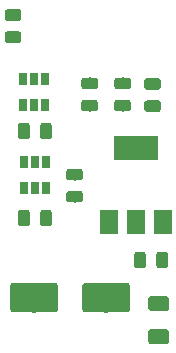
<source format=gbr>
G04 #@! TF.GenerationSoftware,KiCad,Pcbnew,(5.1.2-1)-1*
G04 #@! TF.CreationDate,2019-12-06T13:33:05-08:00*
G04 #@! TF.ProjectId,pixel-stick,70697865-6c2d-4737-9469-636b2e6b6963,rev?*
G04 #@! TF.SameCoordinates,Original*
G04 #@! TF.FileFunction,Paste,Top*
G04 #@! TF.FilePolarity,Positive*
%FSLAX46Y46*%
G04 Gerber Fmt 4.6, Leading zero omitted, Abs format (unit mm)*
G04 Created by KiCad (PCBNEW (5.1.2-1)-1) date 2019-12-06 13:33:05*
%MOMM*%
%LPD*%
G04 APERTURE LIST*
%ADD10C,0.100000*%
%ADD11C,0.975000*%
%ADD12R,0.650000X1.060000*%
%ADD13R,1.500000X2.000000*%
%ADD14R,3.800000X2.000000*%
%ADD15C,1.250000*%
%ADD16C,2.500000*%
G04 APERTURE END LIST*
D10*
G36*
X56487142Y-63951174D02*
G01*
X56510803Y-63954684D01*
X56534007Y-63960496D01*
X56556529Y-63968554D01*
X56578153Y-63978782D01*
X56598670Y-63991079D01*
X56617883Y-64005329D01*
X56635607Y-64021393D01*
X56651671Y-64039117D01*
X56665921Y-64058330D01*
X56678218Y-64078847D01*
X56688446Y-64100471D01*
X56696504Y-64122993D01*
X56702316Y-64146197D01*
X56705826Y-64169858D01*
X56707000Y-64193750D01*
X56707000Y-64681250D01*
X56705826Y-64705142D01*
X56702316Y-64728803D01*
X56696504Y-64752007D01*
X56688446Y-64774529D01*
X56678218Y-64796153D01*
X56665921Y-64816670D01*
X56651671Y-64835883D01*
X56635607Y-64853607D01*
X56617883Y-64869671D01*
X56598670Y-64883921D01*
X56578153Y-64896218D01*
X56556529Y-64906446D01*
X56534007Y-64914504D01*
X56510803Y-64920316D01*
X56487142Y-64923826D01*
X56463250Y-64925000D01*
X55550750Y-64925000D01*
X55526858Y-64923826D01*
X55503197Y-64920316D01*
X55479993Y-64914504D01*
X55457471Y-64906446D01*
X55435847Y-64896218D01*
X55415330Y-64883921D01*
X55396117Y-64869671D01*
X55378393Y-64853607D01*
X55362329Y-64835883D01*
X55348079Y-64816670D01*
X55335782Y-64796153D01*
X55325554Y-64774529D01*
X55317496Y-64752007D01*
X55311684Y-64728803D01*
X55308174Y-64705142D01*
X55307000Y-64681250D01*
X55307000Y-64193750D01*
X55308174Y-64169858D01*
X55311684Y-64146197D01*
X55317496Y-64122993D01*
X55325554Y-64100471D01*
X55335782Y-64078847D01*
X55348079Y-64058330D01*
X55362329Y-64039117D01*
X55378393Y-64021393D01*
X55396117Y-64005329D01*
X55415330Y-63991079D01*
X55435847Y-63978782D01*
X55457471Y-63968554D01*
X55479993Y-63960496D01*
X55503197Y-63954684D01*
X55526858Y-63951174D01*
X55550750Y-63950000D01*
X56463250Y-63950000D01*
X56487142Y-63951174D01*
X56487142Y-63951174D01*
G37*
D11*
X56007000Y-64437500D03*
D10*
G36*
X56487142Y-62076174D02*
G01*
X56510803Y-62079684D01*
X56534007Y-62085496D01*
X56556529Y-62093554D01*
X56578153Y-62103782D01*
X56598670Y-62116079D01*
X56617883Y-62130329D01*
X56635607Y-62146393D01*
X56651671Y-62164117D01*
X56665921Y-62183330D01*
X56678218Y-62203847D01*
X56688446Y-62225471D01*
X56696504Y-62247993D01*
X56702316Y-62271197D01*
X56705826Y-62294858D01*
X56707000Y-62318750D01*
X56707000Y-62806250D01*
X56705826Y-62830142D01*
X56702316Y-62853803D01*
X56696504Y-62877007D01*
X56688446Y-62899529D01*
X56678218Y-62921153D01*
X56665921Y-62941670D01*
X56651671Y-62960883D01*
X56635607Y-62978607D01*
X56617883Y-62994671D01*
X56598670Y-63008921D01*
X56578153Y-63021218D01*
X56556529Y-63031446D01*
X56534007Y-63039504D01*
X56510803Y-63045316D01*
X56487142Y-63048826D01*
X56463250Y-63050000D01*
X55550750Y-63050000D01*
X55526858Y-63048826D01*
X55503197Y-63045316D01*
X55479993Y-63039504D01*
X55457471Y-63031446D01*
X55435847Y-63021218D01*
X55415330Y-63008921D01*
X55396117Y-62994671D01*
X55378393Y-62978607D01*
X55362329Y-62960883D01*
X55348079Y-62941670D01*
X55335782Y-62921153D01*
X55325554Y-62899529D01*
X55317496Y-62877007D01*
X55311684Y-62853803D01*
X55308174Y-62830142D01*
X55307000Y-62806250D01*
X55307000Y-62318750D01*
X55308174Y-62294858D01*
X55311684Y-62271197D01*
X55317496Y-62247993D01*
X55325554Y-62225471D01*
X55335782Y-62203847D01*
X55348079Y-62183330D01*
X55362329Y-62164117D01*
X55378393Y-62146393D01*
X55396117Y-62130329D01*
X55415330Y-62116079D01*
X55435847Y-62103782D01*
X55457471Y-62093554D01*
X55479993Y-62085496D01*
X55503197Y-62079684D01*
X55526858Y-62076174D01*
X55550750Y-62075000D01*
X56463250Y-62075000D01*
X56487142Y-62076174D01*
X56487142Y-62076174D01*
G37*
D11*
X56007000Y-62562500D03*
D10*
G36*
X53947142Y-63902674D02*
G01*
X53970803Y-63906184D01*
X53994007Y-63911996D01*
X54016529Y-63920054D01*
X54038153Y-63930282D01*
X54058670Y-63942579D01*
X54077883Y-63956829D01*
X54095607Y-63972893D01*
X54111671Y-63990617D01*
X54125921Y-64009830D01*
X54138218Y-64030347D01*
X54148446Y-64051971D01*
X54156504Y-64074493D01*
X54162316Y-64097697D01*
X54165826Y-64121358D01*
X54167000Y-64145250D01*
X54167000Y-64632750D01*
X54165826Y-64656642D01*
X54162316Y-64680303D01*
X54156504Y-64703507D01*
X54148446Y-64726029D01*
X54138218Y-64747653D01*
X54125921Y-64768170D01*
X54111671Y-64787383D01*
X54095607Y-64805107D01*
X54077883Y-64821171D01*
X54058670Y-64835421D01*
X54038153Y-64847718D01*
X54016529Y-64857946D01*
X53994007Y-64866004D01*
X53970803Y-64871816D01*
X53947142Y-64875326D01*
X53923250Y-64876500D01*
X53010750Y-64876500D01*
X52986858Y-64875326D01*
X52963197Y-64871816D01*
X52939993Y-64866004D01*
X52917471Y-64857946D01*
X52895847Y-64847718D01*
X52875330Y-64835421D01*
X52856117Y-64821171D01*
X52838393Y-64805107D01*
X52822329Y-64787383D01*
X52808079Y-64768170D01*
X52795782Y-64747653D01*
X52785554Y-64726029D01*
X52777496Y-64703507D01*
X52771684Y-64680303D01*
X52768174Y-64656642D01*
X52767000Y-64632750D01*
X52767000Y-64145250D01*
X52768174Y-64121358D01*
X52771684Y-64097697D01*
X52777496Y-64074493D01*
X52785554Y-64051971D01*
X52795782Y-64030347D01*
X52808079Y-64009830D01*
X52822329Y-63990617D01*
X52838393Y-63972893D01*
X52856117Y-63956829D01*
X52875330Y-63942579D01*
X52895847Y-63930282D01*
X52917471Y-63920054D01*
X52939993Y-63911996D01*
X52963197Y-63906184D01*
X52986858Y-63902674D01*
X53010750Y-63901500D01*
X53923250Y-63901500D01*
X53947142Y-63902674D01*
X53947142Y-63902674D01*
G37*
D11*
X53467000Y-64389000D03*
D10*
G36*
X53947142Y-62027674D02*
G01*
X53970803Y-62031184D01*
X53994007Y-62036996D01*
X54016529Y-62045054D01*
X54038153Y-62055282D01*
X54058670Y-62067579D01*
X54077883Y-62081829D01*
X54095607Y-62097893D01*
X54111671Y-62115617D01*
X54125921Y-62134830D01*
X54138218Y-62155347D01*
X54148446Y-62176971D01*
X54156504Y-62199493D01*
X54162316Y-62222697D01*
X54165826Y-62246358D01*
X54167000Y-62270250D01*
X54167000Y-62757750D01*
X54165826Y-62781642D01*
X54162316Y-62805303D01*
X54156504Y-62828507D01*
X54148446Y-62851029D01*
X54138218Y-62872653D01*
X54125921Y-62893170D01*
X54111671Y-62912383D01*
X54095607Y-62930107D01*
X54077883Y-62946171D01*
X54058670Y-62960421D01*
X54038153Y-62972718D01*
X54016529Y-62982946D01*
X53994007Y-62991004D01*
X53970803Y-62996816D01*
X53947142Y-63000326D01*
X53923250Y-63001500D01*
X53010750Y-63001500D01*
X52986858Y-63000326D01*
X52963197Y-62996816D01*
X52939993Y-62991004D01*
X52917471Y-62982946D01*
X52895847Y-62972718D01*
X52875330Y-62960421D01*
X52856117Y-62946171D01*
X52838393Y-62930107D01*
X52822329Y-62912383D01*
X52808079Y-62893170D01*
X52795782Y-62872653D01*
X52785554Y-62851029D01*
X52777496Y-62828507D01*
X52771684Y-62805303D01*
X52768174Y-62781642D01*
X52767000Y-62757750D01*
X52767000Y-62270250D01*
X52768174Y-62246358D01*
X52771684Y-62222697D01*
X52777496Y-62199493D01*
X52785554Y-62176971D01*
X52795782Y-62155347D01*
X52808079Y-62134830D01*
X52822329Y-62115617D01*
X52838393Y-62097893D01*
X52856117Y-62081829D01*
X52875330Y-62067579D01*
X52895847Y-62055282D01*
X52917471Y-62045054D01*
X52939993Y-62036996D01*
X52963197Y-62031184D01*
X52986858Y-62027674D01*
X53010750Y-62026500D01*
X53923250Y-62026500D01*
X53947142Y-62027674D01*
X53947142Y-62027674D01*
G37*
D11*
X53467000Y-62514000D03*
D12*
X46035000Y-71374000D03*
X46985000Y-71374000D03*
X45085000Y-71374000D03*
X45085000Y-69174000D03*
X46035000Y-69174000D03*
X46985000Y-69174000D03*
X45974000Y-64346000D03*
X46924000Y-64346000D03*
X45024000Y-64346000D03*
X45024000Y-62146000D03*
X45974000Y-62146000D03*
X46924000Y-62146000D03*
D13*
X52310000Y-74270000D03*
X56910000Y-74270000D03*
X54610000Y-74270000D03*
D14*
X54610000Y-67970000D03*
D10*
G36*
X51153142Y-63902674D02*
G01*
X51176803Y-63906184D01*
X51200007Y-63911996D01*
X51222529Y-63920054D01*
X51244153Y-63930282D01*
X51264670Y-63942579D01*
X51283883Y-63956829D01*
X51301607Y-63972893D01*
X51317671Y-63990617D01*
X51331921Y-64009830D01*
X51344218Y-64030347D01*
X51354446Y-64051971D01*
X51362504Y-64074493D01*
X51368316Y-64097697D01*
X51371826Y-64121358D01*
X51373000Y-64145250D01*
X51373000Y-64632750D01*
X51371826Y-64656642D01*
X51368316Y-64680303D01*
X51362504Y-64703507D01*
X51354446Y-64726029D01*
X51344218Y-64747653D01*
X51331921Y-64768170D01*
X51317671Y-64787383D01*
X51301607Y-64805107D01*
X51283883Y-64821171D01*
X51264670Y-64835421D01*
X51244153Y-64847718D01*
X51222529Y-64857946D01*
X51200007Y-64866004D01*
X51176803Y-64871816D01*
X51153142Y-64875326D01*
X51129250Y-64876500D01*
X50216750Y-64876500D01*
X50192858Y-64875326D01*
X50169197Y-64871816D01*
X50145993Y-64866004D01*
X50123471Y-64857946D01*
X50101847Y-64847718D01*
X50081330Y-64835421D01*
X50062117Y-64821171D01*
X50044393Y-64805107D01*
X50028329Y-64787383D01*
X50014079Y-64768170D01*
X50001782Y-64747653D01*
X49991554Y-64726029D01*
X49983496Y-64703507D01*
X49977684Y-64680303D01*
X49974174Y-64656642D01*
X49973000Y-64632750D01*
X49973000Y-64145250D01*
X49974174Y-64121358D01*
X49977684Y-64097697D01*
X49983496Y-64074493D01*
X49991554Y-64051971D01*
X50001782Y-64030347D01*
X50014079Y-64009830D01*
X50028329Y-63990617D01*
X50044393Y-63972893D01*
X50062117Y-63956829D01*
X50081330Y-63942579D01*
X50101847Y-63930282D01*
X50123471Y-63920054D01*
X50145993Y-63911996D01*
X50169197Y-63906184D01*
X50192858Y-63902674D01*
X50216750Y-63901500D01*
X51129250Y-63901500D01*
X51153142Y-63902674D01*
X51153142Y-63902674D01*
G37*
D11*
X50673000Y-64389000D03*
D10*
G36*
X51153142Y-62027674D02*
G01*
X51176803Y-62031184D01*
X51200007Y-62036996D01*
X51222529Y-62045054D01*
X51244153Y-62055282D01*
X51264670Y-62067579D01*
X51283883Y-62081829D01*
X51301607Y-62097893D01*
X51317671Y-62115617D01*
X51331921Y-62134830D01*
X51344218Y-62155347D01*
X51354446Y-62176971D01*
X51362504Y-62199493D01*
X51368316Y-62222697D01*
X51371826Y-62246358D01*
X51373000Y-62270250D01*
X51373000Y-62757750D01*
X51371826Y-62781642D01*
X51368316Y-62805303D01*
X51362504Y-62828507D01*
X51354446Y-62851029D01*
X51344218Y-62872653D01*
X51331921Y-62893170D01*
X51317671Y-62912383D01*
X51301607Y-62930107D01*
X51283883Y-62946171D01*
X51264670Y-62960421D01*
X51244153Y-62972718D01*
X51222529Y-62982946D01*
X51200007Y-62991004D01*
X51176803Y-62996816D01*
X51153142Y-63000326D01*
X51129250Y-63001500D01*
X50216750Y-63001500D01*
X50192858Y-63000326D01*
X50169197Y-62996816D01*
X50145993Y-62991004D01*
X50123471Y-62982946D01*
X50101847Y-62972718D01*
X50081330Y-62960421D01*
X50062117Y-62946171D01*
X50044393Y-62930107D01*
X50028329Y-62912383D01*
X50014079Y-62893170D01*
X50001782Y-62872653D01*
X49991554Y-62851029D01*
X49983496Y-62828507D01*
X49977684Y-62805303D01*
X49974174Y-62781642D01*
X49973000Y-62757750D01*
X49973000Y-62270250D01*
X49974174Y-62246358D01*
X49977684Y-62222697D01*
X49983496Y-62199493D01*
X49991554Y-62176971D01*
X50001782Y-62155347D01*
X50014079Y-62134830D01*
X50028329Y-62115617D01*
X50044393Y-62097893D01*
X50062117Y-62081829D01*
X50081330Y-62067579D01*
X50101847Y-62055282D01*
X50123471Y-62045054D01*
X50145993Y-62036996D01*
X50169197Y-62031184D01*
X50192858Y-62027674D01*
X50216750Y-62026500D01*
X51129250Y-62026500D01*
X51153142Y-62027674D01*
X51153142Y-62027674D01*
G37*
D11*
X50673000Y-62514000D03*
D10*
G36*
X57164504Y-80526204D02*
G01*
X57188773Y-80529804D01*
X57212571Y-80535765D01*
X57235671Y-80544030D01*
X57257849Y-80554520D01*
X57278893Y-80567133D01*
X57298598Y-80581747D01*
X57316777Y-80598223D01*
X57333253Y-80616402D01*
X57347867Y-80636107D01*
X57360480Y-80657151D01*
X57370970Y-80679329D01*
X57379235Y-80702429D01*
X57385196Y-80726227D01*
X57388796Y-80750496D01*
X57390000Y-80775000D01*
X57390000Y-81525000D01*
X57388796Y-81549504D01*
X57385196Y-81573773D01*
X57379235Y-81597571D01*
X57370970Y-81620671D01*
X57360480Y-81642849D01*
X57347867Y-81663893D01*
X57333253Y-81683598D01*
X57316777Y-81701777D01*
X57298598Y-81718253D01*
X57278893Y-81732867D01*
X57257849Y-81745480D01*
X57235671Y-81755970D01*
X57212571Y-81764235D01*
X57188773Y-81770196D01*
X57164504Y-81773796D01*
X57140000Y-81775000D01*
X55890000Y-81775000D01*
X55865496Y-81773796D01*
X55841227Y-81770196D01*
X55817429Y-81764235D01*
X55794329Y-81755970D01*
X55772151Y-81745480D01*
X55751107Y-81732867D01*
X55731402Y-81718253D01*
X55713223Y-81701777D01*
X55696747Y-81683598D01*
X55682133Y-81663893D01*
X55669520Y-81642849D01*
X55659030Y-81620671D01*
X55650765Y-81597571D01*
X55644804Y-81573773D01*
X55641204Y-81549504D01*
X55640000Y-81525000D01*
X55640000Y-80775000D01*
X55641204Y-80750496D01*
X55644804Y-80726227D01*
X55650765Y-80702429D01*
X55659030Y-80679329D01*
X55669520Y-80657151D01*
X55682133Y-80636107D01*
X55696747Y-80616402D01*
X55713223Y-80598223D01*
X55731402Y-80581747D01*
X55751107Y-80567133D01*
X55772151Y-80554520D01*
X55794329Y-80544030D01*
X55817429Y-80535765D01*
X55841227Y-80529804D01*
X55865496Y-80526204D01*
X55890000Y-80525000D01*
X57140000Y-80525000D01*
X57164504Y-80526204D01*
X57164504Y-80526204D01*
G37*
D15*
X56515000Y-81150000D03*
D10*
G36*
X57164504Y-83326204D02*
G01*
X57188773Y-83329804D01*
X57212571Y-83335765D01*
X57235671Y-83344030D01*
X57257849Y-83354520D01*
X57278893Y-83367133D01*
X57298598Y-83381747D01*
X57316777Y-83398223D01*
X57333253Y-83416402D01*
X57347867Y-83436107D01*
X57360480Y-83457151D01*
X57370970Y-83479329D01*
X57379235Y-83502429D01*
X57385196Y-83526227D01*
X57388796Y-83550496D01*
X57390000Y-83575000D01*
X57390000Y-84325000D01*
X57388796Y-84349504D01*
X57385196Y-84373773D01*
X57379235Y-84397571D01*
X57370970Y-84420671D01*
X57360480Y-84442849D01*
X57347867Y-84463893D01*
X57333253Y-84483598D01*
X57316777Y-84501777D01*
X57298598Y-84518253D01*
X57278893Y-84532867D01*
X57257849Y-84545480D01*
X57235671Y-84555970D01*
X57212571Y-84564235D01*
X57188773Y-84570196D01*
X57164504Y-84573796D01*
X57140000Y-84575000D01*
X55890000Y-84575000D01*
X55865496Y-84573796D01*
X55841227Y-84570196D01*
X55817429Y-84564235D01*
X55794329Y-84555970D01*
X55772151Y-84545480D01*
X55751107Y-84532867D01*
X55731402Y-84518253D01*
X55713223Y-84501777D01*
X55696747Y-84483598D01*
X55682133Y-84463893D01*
X55669520Y-84442849D01*
X55659030Y-84420671D01*
X55650765Y-84397571D01*
X55644804Y-84373773D01*
X55641204Y-84349504D01*
X55640000Y-84325000D01*
X55640000Y-83575000D01*
X55641204Y-83550496D01*
X55644804Y-83526227D01*
X55650765Y-83502429D01*
X55659030Y-83479329D01*
X55669520Y-83457151D01*
X55682133Y-83436107D01*
X55696747Y-83416402D01*
X55713223Y-83398223D01*
X55731402Y-83381747D01*
X55751107Y-83367133D01*
X55772151Y-83354520D01*
X55794329Y-83344030D01*
X55817429Y-83335765D01*
X55841227Y-83329804D01*
X55865496Y-83326204D01*
X55890000Y-83325000D01*
X57140000Y-83325000D01*
X57164504Y-83326204D01*
X57164504Y-83326204D01*
G37*
D15*
X56515000Y-83950000D03*
D10*
G36*
X47744504Y-79396204D02*
G01*
X47768773Y-79399804D01*
X47792571Y-79405765D01*
X47815671Y-79414030D01*
X47837849Y-79424520D01*
X47858893Y-79437133D01*
X47878598Y-79451747D01*
X47896777Y-79468223D01*
X47913253Y-79486402D01*
X47927867Y-79506107D01*
X47940480Y-79527151D01*
X47950970Y-79549329D01*
X47959235Y-79572429D01*
X47965196Y-79596227D01*
X47968796Y-79620496D01*
X47970000Y-79645000D01*
X47970000Y-81645000D01*
X47968796Y-81669504D01*
X47965196Y-81693773D01*
X47959235Y-81717571D01*
X47950970Y-81740671D01*
X47940480Y-81762849D01*
X47927867Y-81783893D01*
X47913253Y-81803598D01*
X47896777Y-81821777D01*
X47878598Y-81838253D01*
X47858893Y-81852867D01*
X47837849Y-81865480D01*
X47815671Y-81875970D01*
X47792571Y-81884235D01*
X47768773Y-81890196D01*
X47744504Y-81893796D01*
X47720000Y-81895000D01*
X44220000Y-81895000D01*
X44195496Y-81893796D01*
X44171227Y-81890196D01*
X44147429Y-81884235D01*
X44124329Y-81875970D01*
X44102151Y-81865480D01*
X44081107Y-81852867D01*
X44061402Y-81838253D01*
X44043223Y-81821777D01*
X44026747Y-81803598D01*
X44012133Y-81783893D01*
X43999520Y-81762849D01*
X43989030Y-81740671D01*
X43980765Y-81717571D01*
X43974804Y-81693773D01*
X43971204Y-81669504D01*
X43970000Y-81645000D01*
X43970000Y-79645000D01*
X43971204Y-79620496D01*
X43974804Y-79596227D01*
X43980765Y-79572429D01*
X43989030Y-79549329D01*
X43999520Y-79527151D01*
X44012133Y-79506107D01*
X44026747Y-79486402D01*
X44043223Y-79468223D01*
X44061402Y-79451747D01*
X44081107Y-79437133D01*
X44102151Y-79424520D01*
X44124329Y-79414030D01*
X44147429Y-79405765D01*
X44171227Y-79399804D01*
X44195496Y-79396204D01*
X44220000Y-79395000D01*
X47720000Y-79395000D01*
X47744504Y-79396204D01*
X47744504Y-79396204D01*
G37*
D16*
X45970000Y-80645000D03*
D10*
G36*
X53844504Y-79396204D02*
G01*
X53868773Y-79399804D01*
X53892571Y-79405765D01*
X53915671Y-79414030D01*
X53937849Y-79424520D01*
X53958893Y-79437133D01*
X53978598Y-79451747D01*
X53996777Y-79468223D01*
X54013253Y-79486402D01*
X54027867Y-79506107D01*
X54040480Y-79527151D01*
X54050970Y-79549329D01*
X54059235Y-79572429D01*
X54065196Y-79596227D01*
X54068796Y-79620496D01*
X54070000Y-79645000D01*
X54070000Y-81645000D01*
X54068796Y-81669504D01*
X54065196Y-81693773D01*
X54059235Y-81717571D01*
X54050970Y-81740671D01*
X54040480Y-81762849D01*
X54027867Y-81783893D01*
X54013253Y-81803598D01*
X53996777Y-81821777D01*
X53978598Y-81838253D01*
X53958893Y-81852867D01*
X53937849Y-81865480D01*
X53915671Y-81875970D01*
X53892571Y-81884235D01*
X53868773Y-81890196D01*
X53844504Y-81893796D01*
X53820000Y-81895000D01*
X50320000Y-81895000D01*
X50295496Y-81893796D01*
X50271227Y-81890196D01*
X50247429Y-81884235D01*
X50224329Y-81875970D01*
X50202151Y-81865480D01*
X50181107Y-81852867D01*
X50161402Y-81838253D01*
X50143223Y-81821777D01*
X50126747Y-81803598D01*
X50112133Y-81783893D01*
X50099520Y-81762849D01*
X50089030Y-81740671D01*
X50080765Y-81717571D01*
X50074804Y-81693773D01*
X50071204Y-81669504D01*
X50070000Y-81645000D01*
X50070000Y-79645000D01*
X50071204Y-79620496D01*
X50074804Y-79596227D01*
X50080765Y-79572429D01*
X50089030Y-79549329D01*
X50099520Y-79527151D01*
X50112133Y-79506107D01*
X50126747Y-79486402D01*
X50143223Y-79468223D01*
X50161402Y-79451747D01*
X50181107Y-79437133D01*
X50202151Y-79424520D01*
X50224329Y-79414030D01*
X50247429Y-79405765D01*
X50271227Y-79399804D01*
X50295496Y-79396204D01*
X50320000Y-79395000D01*
X53820000Y-79395000D01*
X53844504Y-79396204D01*
X53844504Y-79396204D01*
G37*
D16*
X52070000Y-80645000D03*
D10*
G36*
X45382642Y-65849174D02*
G01*
X45406303Y-65852684D01*
X45429507Y-65858496D01*
X45452029Y-65866554D01*
X45473653Y-65876782D01*
X45494170Y-65889079D01*
X45513383Y-65903329D01*
X45531107Y-65919393D01*
X45547171Y-65937117D01*
X45561421Y-65956330D01*
X45573718Y-65976847D01*
X45583946Y-65998471D01*
X45592004Y-66020993D01*
X45597816Y-66044197D01*
X45601326Y-66067858D01*
X45602500Y-66091750D01*
X45602500Y-67004250D01*
X45601326Y-67028142D01*
X45597816Y-67051803D01*
X45592004Y-67075007D01*
X45583946Y-67097529D01*
X45573718Y-67119153D01*
X45561421Y-67139670D01*
X45547171Y-67158883D01*
X45531107Y-67176607D01*
X45513383Y-67192671D01*
X45494170Y-67206921D01*
X45473653Y-67219218D01*
X45452029Y-67229446D01*
X45429507Y-67237504D01*
X45406303Y-67243316D01*
X45382642Y-67246826D01*
X45358750Y-67248000D01*
X44871250Y-67248000D01*
X44847358Y-67246826D01*
X44823697Y-67243316D01*
X44800493Y-67237504D01*
X44777971Y-67229446D01*
X44756347Y-67219218D01*
X44735830Y-67206921D01*
X44716617Y-67192671D01*
X44698893Y-67176607D01*
X44682829Y-67158883D01*
X44668579Y-67139670D01*
X44656282Y-67119153D01*
X44646054Y-67097529D01*
X44637996Y-67075007D01*
X44632184Y-67051803D01*
X44628674Y-67028142D01*
X44627500Y-67004250D01*
X44627500Y-66091750D01*
X44628674Y-66067858D01*
X44632184Y-66044197D01*
X44637996Y-66020993D01*
X44646054Y-65998471D01*
X44656282Y-65976847D01*
X44668579Y-65956330D01*
X44682829Y-65937117D01*
X44698893Y-65919393D01*
X44716617Y-65903329D01*
X44735830Y-65889079D01*
X44756347Y-65876782D01*
X44777971Y-65866554D01*
X44800493Y-65858496D01*
X44823697Y-65852684D01*
X44847358Y-65849174D01*
X44871250Y-65848000D01*
X45358750Y-65848000D01*
X45382642Y-65849174D01*
X45382642Y-65849174D01*
G37*
D11*
X45115000Y-66548000D03*
D10*
G36*
X47257642Y-65849174D02*
G01*
X47281303Y-65852684D01*
X47304507Y-65858496D01*
X47327029Y-65866554D01*
X47348653Y-65876782D01*
X47369170Y-65889079D01*
X47388383Y-65903329D01*
X47406107Y-65919393D01*
X47422171Y-65937117D01*
X47436421Y-65956330D01*
X47448718Y-65976847D01*
X47458946Y-65998471D01*
X47467004Y-66020993D01*
X47472816Y-66044197D01*
X47476326Y-66067858D01*
X47477500Y-66091750D01*
X47477500Y-67004250D01*
X47476326Y-67028142D01*
X47472816Y-67051803D01*
X47467004Y-67075007D01*
X47458946Y-67097529D01*
X47448718Y-67119153D01*
X47436421Y-67139670D01*
X47422171Y-67158883D01*
X47406107Y-67176607D01*
X47388383Y-67192671D01*
X47369170Y-67206921D01*
X47348653Y-67219218D01*
X47327029Y-67229446D01*
X47304507Y-67237504D01*
X47281303Y-67243316D01*
X47257642Y-67246826D01*
X47233750Y-67248000D01*
X46746250Y-67248000D01*
X46722358Y-67246826D01*
X46698697Y-67243316D01*
X46675493Y-67237504D01*
X46652971Y-67229446D01*
X46631347Y-67219218D01*
X46610830Y-67206921D01*
X46591617Y-67192671D01*
X46573893Y-67176607D01*
X46557829Y-67158883D01*
X46543579Y-67139670D01*
X46531282Y-67119153D01*
X46521054Y-67097529D01*
X46512996Y-67075007D01*
X46507184Y-67051803D01*
X46503674Y-67028142D01*
X46502500Y-67004250D01*
X46502500Y-66091750D01*
X46503674Y-66067858D01*
X46507184Y-66044197D01*
X46512996Y-66020993D01*
X46521054Y-65998471D01*
X46531282Y-65976847D01*
X46543579Y-65956330D01*
X46557829Y-65937117D01*
X46573893Y-65919393D01*
X46591617Y-65903329D01*
X46610830Y-65889079D01*
X46631347Y-65876782D01*
X46652971Y-65866554D01*
X46675493Y-65858496D01*
X46698697Y-65852684D01*
X46722358Y-65849174D01*
X46746250Y-65848000D01*
X47233750Y-65848000D01*
X47257642Y-65849174D01*
X47257642Y-65849174D01*
G37*
D11*
X46990000Y-66548000D03*
D10*
G36*
X45382642Y-73215174D02*
G01*
X45406303Y-73218684D01*
X45429507Y-73224496D01*
X45452029Y-73232554D01*
X45473653Y-73242782D01*
X45494170Y-73255079D01*
X45513383Y-73269329D01*
X45531107Y-73285393D01*
X45547171Y-73303117D01*
X45561421Y-73322330D01*
X45573718Y-73342847D01*
X45583946Y-73364471D01*
X45592004Y-73386993D01*
X45597816Y-73410197D01*
X45601326Y-73433858D01*
X45602500Y-73457750D01*
X45602500Y-74370250D01*
X45601326Y-74394142D01*
X45597816Y-74417803D01*
X45592004Y-74441007D01*
X45583946Y-74463529D01*
X45573718Y-74485153D01*
X45561421Y-74505670D01*
X45547171Y-74524883D01*
X45531107Y-74542607D01*
X45513383Y-74558671D01*
X45494170Y-74572921D01*
X45473653Y-74585218D01*
X45452029Y-74595446D01*
X45429507Y-74603504D01*
X45406303Y-74609316D01*
X45382642Y-74612826D01*
X45358750Y-74614000D01*
X44871250Y-74614000D01*
X44847358Y-74612826D01*
X44823697Y-74609316D01*
X44800493Y-74603504D01*
X44777971Y-74595446D01*
X44756347Y-74585218D01*
X44735830Y-74572921D01*
X44716617Y-74558671D01*
X44698893Y-74542607D01*
X44682829Y-74524883D01*
X44668579Y-74505670D01*
X44656282Y-74485153D01*
X44646054Y-74463529D01*
X44637996Y-74441007D01*
X44632184Y-74417803D01*
X44628674Y-74394142D01*
X44627500Y-74370250D01*
X44627500Y-73457750D01*
X44628674Y-73433858D01*
X44632184Y-73410197D01*
X44637996Y-73386993D01*
X44646054Y-73364471D01*
X44656282Y-73342847D01*
X44668579Y-73322330D01*
X44682829Y-73303117D01*
X44698893Y-73285393D01*
X44716617Y-73269329D01*
X44735830Y-73255079D01*
X44756347Y-73242782D01*
X44777971Y-73232554D01*
X44800493Y-73224496D01*
X44823697Y-73218684D01*
X44847358Y-73215174D01*
X44871250Y-73214000D01*
X45358750Y-73214000D01*
X45382642Y-73215174D01*
X45382642Y-73215174D01*
G37*
D11*
X45115000Y-73914000D03*
D10*
G36*
X47257642Y-73215174D02*
G01*
X47281303Y-73218684D01*
X47304507Y-73224496D01*
X47327029Y-73232554D01*
X47348653Y-73242782D01*
X47369170Y-73255079D01*
X47388383Y-73269329D01*
X47406107Y-73285393D01*
X47422171Y-73303117D01*
X47436421Y-73322330D01*
X47448718Y-73342847D01*
X47458946Y-73364471D01*
X47467004Y-73386993D01*
X47472816Y-73410197D01*
X47476326Y-73433858D01*
X47477500Y-73457750D01*
X47477500Y-74370250D01*
X47476326Y-74394142D01*
X47472816Y-74417803D01*
X47467004Y-74441007D01*
X47458946Y-74463529D01*
X47448718Y-74485153D01*
X47436421Y-74505670D01*
X47422171Y-74524883D01*
X47406107Y-74542607D01*
X47388383Y-74558671D01*
X47369170Y-74572921D01*
X47348653Y-74585218D01*
X47327029Y-74595446D01*
X47304507Y-74603504D01*
X47281303Y-74609316D01*
X47257642Y-74612826D01*
X47233750Y-74614000D01*
X46746250Y-74614000D01*
X46722358Y-74612826D01*
X46698697Y-74609316D01*
X46675493Y-74603504D01*
X46652971Y-74595446D01*
X46631347Y-74585218D01*
X46610830Y-74572921D01*
X46591617Y-74558671D01*
X46573893Y-74542607D01*
X46557829Y-74524883D01*
X46543579Y-74505670D01*
X46531282Y-74485153D01*
X46521054Y-74463529D01*
X46512996Y-74441007D01*
X46507184Y-74417803D01*
X46503674Y-74394142D01*
X46502500Y-74370250D01*
X46502500Y-73457750D01*
X46503674Y-73433858D01*
X46507184Y-73410197D01*
X46512996Y-73386993D01*
X46521054Y-73364471D01*
X46531282Y-73342847D01*
X46543579Y-73322330D01*
X46557829Y-73303117D01*
X46573893Y-73285393D01*
X46591617Y-73269329D01*
X46610830Y-73255079D01*
X46631347Y-73242782D01*
X46652971Y-73232554D01*
X46675493Y-73224496D01*
X46698697Y-73218684D01*
X46722358Y-73215174D01*
X46746250Y-73214000D01*
X47233750Y-73214000D01*
X47257642Y-73215174D01*
X47257642Y-73215174D01*
G37*
D11*
X46990000Y-73914000D03*
D10*
G36*
X49883142Y-71619674D02*
G01*
X49906803Y-71623184D01*
X49930007Y-71628996D01*
X49952529Y-71637054D01*
X49974153Y-71647282D01*
X49994670Y-71659579D01*
X50013883Y-71673829D01*
X50031607Y-71689893D01*
X50047671Y-71707617D01*
X50061921Y-71726830D01*
X50074218Y-71747347D01*
X50084446Y-71768971D01*
X50092504Y-71791493D01*
X50098316Y-71814697D01*
X50101826Y-71838358D01*
X50103000Y-71862250D01*
X50103000Y-72349750D01*
X50101826Y-72373642D01*
X50098316Y-72397303D01*
X50092504Y-72420507D01*
X50084446Y-72443029D01*
X50074218Y-72464653D01*
X50061921Y-72485170D01*
X50047671Y-72504383D01*
X50031607Y-72522107D01*
X50013883Y-72538171D01*
X49994670Y-72552421D01*
X49974153Y-72564718D01*
X49952529Y-72574946D01*
X49930007Y-72583004D01*
X49906803Y-72588816D01*
X49883142Y-72592326D01*
X49859250Y-72593500D01*
X48946750Y-72593500D01*
X48922858Y-72592326D01*
X48899197Y-72588816D01*
X48875993Y-72583004D01*
X48853471Y-72574946D01*
X48831847Y-72564718D01*
X48811330Y-72552421D01*
X48792117Y-72538171D01*
X48774393Y-72522107D01*
X48758329Y-72504383D01*
X48744079Y-72485170D01*
X48731782Y-72464653D01*
X48721554Y-72443029D01*
X48713496Y-72420507D01*
X48707684Y-72397303D01*
X48704174Y-72373642D01*
X48703000Y-72349750D01*
X48703000Y-71862250D01*
X48704174Y-71838358D01*
X48707684Y-71814697D01*
X48713496Y-71791493D01*
X48721554Y-71768971D01*
X48731782Y-71747347D01*
X48744079Y-71726830D01*
X48758329Y-71707617D01*
X48774393Y-71689893D01*
X48792117Y-71673829D01*
X48811330Y-71659579D01*
X48831847Y-71647282D01*
X48853471Y-71637054D01*
X48875993Y-71628996D01*
X48899197Y-71623184D01*
X48922858Y-71619674D01*
X48946750Y-71618500D01*
X49859250Y-71618500D01*
X49883142Y-71619674D01*
X49883142Y-71619674D01*
G37*
D11*
X49403000Y-72106000D03*
D10*
G36*
X49883142Y-69744674D02*
G01*
X49906803Y-69748184D01*
X49930007Y-69753996D01*
X49952529Y-69762054D01*
X49974153Y-69772282D01*
X49994670Y-69784579D01*
X50013883Y-69798829D01*
X50031607Y-69814893D01*
X50047671Y-69832617D01*
X50061921Y-69851830D01*
X50074218Y-69872347D01*
X50084446Y-69893971D01*
X50092504Y-69916493D01*
X50098316Y-69939697D01*
X50101826Y-69963358D01*
X50103000Y-69987250D01*
X50103000Y-70474750D01*
X50101826Y-70498642D01*
X50098316Y-70522303D01*
X50092504Y-70545507D01*
X50084446Y-70568029D01*
X50074218Y-70589653D01*
X50061921Y-70610170D01*
X50047671Y-70629383D01*
X50031607Y-70647107D01*
X50013883Y-70663171D01*
X49994670Y-70677421D01*
X49974153Y-70689718D01*
X49952529Y-70699946D01*
X49930007Y-70708004D01*
X49906803Y-70713816D01*
X49883142Y-70717326D01*
X49859250Y-70718500D01*
X48946750Y-70718500D01*
X48922858Y-70717326D01*
X48899197Y-70713816D01*
X48875993Y-70708004D01*
X48853471Y-70699946D01*
X48831847Y-70689718D01*
X48811330Y-70677421D01*
X48792117Y-70663171D01*
X48774393Y-70647107D01*
X48758329Y-70629383D01*
X48744079Y-70610170D01*
X48731782Y-70589653D01*
X48721554Y-70568029D01*
X48713496Y-70545507D01*
X48707684Y-70522303D01*
X48704174Y-70498642D01*
X48703000Y-70474750D01*
X48703000Y-69987250D01*
X48704174Y-69963358D01*
X48707684Y-69939697D01*
X48713496Y-69916493D01*
X48721554Y-69893971D01*
X48731782Y-69872347D01*
X48744079Y-69851830D01*
X48758329Y-69832617D01*
X48774393Y-69814893D01*
X48792117Y-69798829D01*
X48811330Y-69784579D01*
X48831847Y-69772282D01*
X48853471Y-69762054D01*
X48875993Y-69753996D01*
X48899197Y-69748184D01*
X48922858Y-69744674D01*
X48946750Y-69743500D01*
X49859250Y-69743500D01*
X49883142Y-69744674D01*
X49883142Y-69744674D01*
G37*
D11*
X49403000Y-70231000D03*
D10*
G36*
X55210142Y-76771174D02*
G01*
X55233803Y-76774684D01*
X55257007Y-76780496D01*
X55279529Y-76788554D01*
X55301153Y-76798782D01*
X55321670Y-76811079D01*
X55340883Y-76825329D01*
X55358607Y-76841393D01*
X55374671Y-76859117D01*
X55388921Y-76878330D01*
X55401218Y-76898847D01*
X55411446Y-76920471D01*
X55419504Y-76942993D01*
X55425316Y-76966197D01*
X55428826Y-76989858D01*
X55430000Y-77013750D01*
X55430000Y-77926250D01*
X55428826Y-77950142D01*
X55425316Y-77973803D01*
X55419504Y-77997007D01*
X55411446Y-78019529D01*
X55401218Y-78041153D01*
X55388921Y-78061670D01*
X55374671Y-78080883D01*
X55358607Y-78098607D01*
X55340883Y-78114671D01*
X55321670Y-78128921D01*
X55301153Y-78141218D01*
X55279529Y-78151446D01*
X55257007Y-78159504D01*
X55233803Y-78165316D01*
X55210142Y-78168826D01*
X55186250Y-78170000D01*
X54698750Y-78170000D01*
X54674858Y-78168826D01*
X54651197Y-78165316D01*
X54627993Y-78159504D01*
X54605471Y-78151446D01*
X54583847Y-78141218D01*
X54563330Y-78128921D01*
X54544117Y-78114671D01*
X54526393Y-78098607D01*
X54510329Y-78080883D01*
X54496079Y-78061670D01*
X54483782Y-78041153D01*
X54473554Y-78019529D01*
X54465496Y-77997007D01*
X54459684Y-77973803D01*
X54456174Y-77950142D01*
X54455000Y-77926250D01*
X54455000Y-77013750D01*
X54456174Y-76989858D01*
X54459684Y-76966197D01*
X54465496Y-76942993D01*
X54473554Y-76920471D01*
X54483782Y-76898847D01*
X54496079Y-76878330D01*
X54510329Y-76859117D01*
X54526393Y-76841393D01*
X54544117Y-76825329D01*
X54563330Y-76811079D01*
X54583847Y-76798782D01*
X54605471Y-76788554D01*
X54627993Y-76780496D01*
X54651197Y-76774684D01*
X54674858Y-76771174D01*
X54698750Y-76770000D01*
X55186250Y-76770000D01*
X55210142Y-76771174D01*
X55210142Y-76771174D01*
G37*
D11*
X54942500Y-77470000D03*
D10*
G36*
X57085142Y-76771174D02*
G01*
X57108803Y-76774684D01*
X57132007Y-76780496D01*
X57154529Y-76788554D01*
X57176153Y-76798782D01*
X57196670Y-76811079D01*
X57215883Y-76825329D01*
X57233607Y-76841393D01*
X57249671Y-76859117D01*
X57263921Y-76878330D01*
X57276218Y-76898847D01*
X57286446Y-76920471D01*
X57294504Y-76942993D01*
X57300316Y-76966197D01*
X57303826Y-76989858D01*
X57305000Y-77013750D01*
X57305000Y-77926250D01*
X57303826Y-77950142D01*
X57300316Y-77973803D01*
X57294504Y-77997007D01*
X57286446Y-78019529D01*
X57276218Y-78041153D01*
X57263921Y-78061670D01*
X57249671Y-78080883D01*
X57233607Y-78098607D01*
X57215883Y-78114671D01*
X57196670Y-78128921D01*
X57176153Y-78141218D01*
X57154529Y-78151446D01*
X57132007Y-78159504D01*
X57108803Y-78165316D01*
X57085142Y-78168826D01*
X57061250Y-78170000D01*
X56573750Y-78170000D01*
X56549858Y-78168826D01*
X56526197Y-78165316D01*
X56502993Y-78159504D01*
X56480471Y-78151446D01*
X56458847Y-78141218D01*
X56438330Y-78128921D01*
X56419117Y-78114671D01*
X56401393Y-78098607D01*
X56385329Y-78080883D01*
X56371079Y-78061670D01*
X56358782Y-78041153D01*
X56348554Y-78019529D01*
X56340496Y-77997007D01*
X56334684Y-77973803D01*
X56331174Y-77950142D01*
X56330000Y-77926250D01*
X56330000Y-77013750D01*
X56331174Y-76989858D01*
X56334684Y-76966197D01*
X56340496Y-76942993D01*
X56348554Y-76920471D01*
X56358782Y-76898847D01*
X56371079Y-76878330D01*
X56385329Y-76859117D01*
X56401393Y-76841393D01*
X56419117Y-76825329D01*
X56438330Y-76811079D01*
X56458847Y-76798782D01*
X56480471Y-76788554D01*
X56502993Y-76780496D01*
X56526197Y-76774684D01*
X56549858Y-76771174D01*
X56573750Y-76770000D01*
X57061250Y-76770000D01*
X57085142Y-76771174D01*
X57085142Y-76771174D01*
G37*
D11*
X56817500Y-77470000D03*
D10*
G36*
X44676142Y-58109174D02*
G01*
X44699803Y-58112684D01*
X44723007Y-58118496D01*
X44745529Y-58126554D01*
X44767153Y-58136782D01*
X44787670Y-58149079D01*
X44806883Y-58163329D01*
X44824607Y-58179393D01*
X44840671Y-58197117D01*
X44854921Y-58216330D01*
X44867218Y-58236847D01*
X44877446Y-58258471D01*
X44885504Y-58280993D01*
X44891316Y-58304197D01*
X44894826Y-58327858D01*
X44896000Y-58351750D01*
X44896000Y-58839250D01*
X44894826Y-58863142D01*
X44891316Y-58886803D01*
X44885504Y-58910007D01*
X44877446Y-58932529D01*
X44867218Y-58954153D01*
X44854921Y-58974670D01*
X44840671Y-58993883D01*
X44824607Y-59011607D01*
X44806883Y-59027671D01*
X44787670Y-59041921D01*
X44767153Y-59054218D01*
X44745529Y-59064446D01*
X44723007Y-59072504D01*
X44699803Y-59078316D01*
X44676142Y-59081826D01*
X44652250Y-59083000D01*
X43739750Y-59083000D01*
X43715858Y-59081826D01*
X43692197Y-59078316D01*
X43668993Y-59072504D01*
X43646471Y-59064446D01*
X43624847Y-59054218D01*
X43604330Y-59041921D01*
X43585117Y-59027671D01*
X43567393Y-59011607D01*
X43551329Y-58993883D01*
X43537079Y-58974670D01*
X43524782Y-58954153D01*
X43514554Y-58932529D01*
X43506496Y-58910007D01*
X43500684Y-58886803D01*
X43497174Y-58863142D01*
X43496000Y-58839250D01*
X43496000Y-58351750D01*
X43497174Y-58327858D01*
X43500684Y-58304197D01*
X43506496Y-58280993D01*
X43514554Y-58258471D01*
X43524782Y-58236847D01*
X43537079Y-58216330D01*
X43551329Y-58197117D01*
X43567393Y-58179393D01*
X43585117Y-58163329D01*
X43604330Y-58149079D01*
X43624847Y-58136782D01*
X43646471Y-58126554D01*
X43668993Y-58118496D01*
X43692197Y-58112684D01*
X43715858Y-58109174D01*
X43739750Y-58108000D01*
X44652250Y-58108000D01*
X44676142Y-58109174D01*
X44676142Y-58109174D01*
G37*
D11*
X44196000Y-58595500D03*
D10*
G36*
X44676142Y-56234174D02*
G01*
X44699803Y-56237684D01*
X44723007Y-56243496D01*
X44745529Y-56251554D01*
X44767153Y-56261782D01*
X44787670Y-56274079D01*
X44806883Y-56288329D01*
X44824607Y-56304393D01*
X44840671Y-56322117D01*
X44854921Y-56341330D01*
X44867218Y-56361847D01*
X44877446Y-56383471D01*
X44885504Y-56405993D01*
X44891316Y-56429197D01*
X44894826Y-56452858D01*
X44896000Y-56476750D01*
X44896000Y-56964250D01*
X44894826Y-56988142D01*
X44891316Y-57011803D01*
X44885504Y-57035007D01*
X44877446Y-57057529D01*
X44867218Y-57079153D01*
X44854921Y-57099670D01*
X44840671Y-57118883D01*
X44824607Y-57136607D01*
X44806883Y-57152671D01*
X44787670Y-57166921D01*
X44767153Y-57179218D01*
X44745529Y-57189446D01*
X44723007Y-57197504D01*
X44699803Y-57203316D01*
X44676142Y-57206826D01*
X44652250Y-57208000D01*
X43739750Y-57208000D01*
X43715858Y-57206826D01*
X43692197Y-57203316D01*
X43668993Y-57197504D01*
X43646471Y-57189446D01*
X43624847Y-57179218D01*
X43604330Y-57166921D01*
X43585117Y-57152671D01*
X43567393Y-57136607D01*
X43551329Y-57118883D01*
X43537079Y-57099670D01*
X43524782Y-57079153D01*
X43514554Y-57057529D01*
X43506496Y-57035007D01*
X43500684Y-57011803D01*
X43497174Y-56988142D01*
X43496000Y-56964250D01*
X43496000Y-56476750D01*
X43497174Y-56452858D01*
X43500684Y-56429197D01*
X43506496Y-56405993D01*
X43514554Y-56383471D01*
X43524782Y-56361847D01*
X43537079Y-56341330D01*
X43551329Y-56322117D01*
X43567393Y-56304393D01*
X43585117Y-56288329D01*
X43604330Y-56274079D01*
X43624847Y-56261782D01*
X43646471Y-56251554D01*
X43668993Y-56243496D01*
X43692197Y-56237684D01*
X43715858Y-56234174D01*
X43739750Y-56233000D01*
X44652250Y-56233000D01*
X44676142Y-56234174D01*
X44676142Y-56234174D01*
G37*
D11*
X44196000Y-56720500D03*
M02*

</source>
